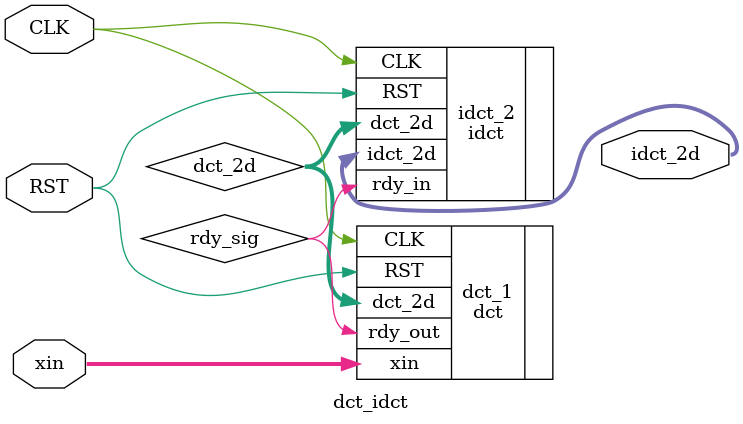
<source format=v>

/**********************************************************************
Top Level Module
***********************************************************************/
`timescale 1ns/1ps

module dct_idct ( CLK, RST, xin,idct_2d);
output [7:0] idct_2d;
input CLK, RST;
input[7:0] xin;
wire[7:0] idct_2d;

wire[8:0] dct_2d;
wire rdy_sig;

dct dct_1 (.CLK(CLK), .RST(RST), .xin(xin), .dct_2d(dct_2d), .rdy_out(rdy_sig));
idct idct_2 (.CLK(CLK), .RST(RST), .dct_2d(dct_2d), .rdy_in(rdy_sig), .idct_2d(idct_2d));


endmodule


</source>
